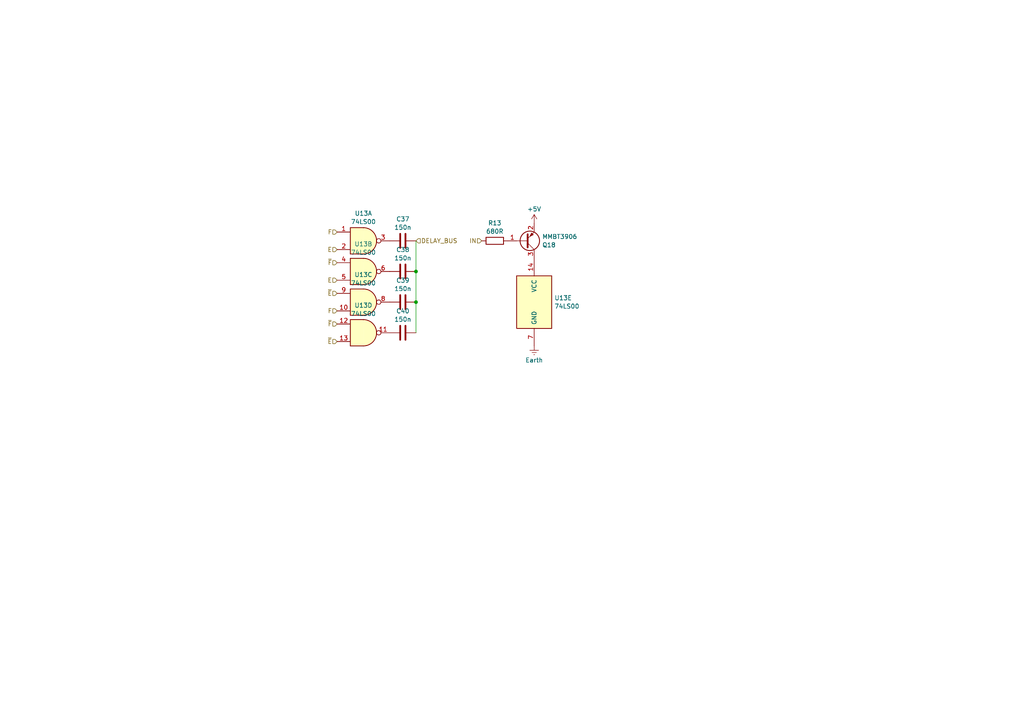
<source format=kicad_sch>
(kicad_sch (version 20250114) (generator "eeschema") (generator_version "9.0")
  (paper "A4")
  (lib_symbols
    (symbol "74xx:74LS00" (pin_names (offset 1.016))
      (property "Reference" "U" (at 0 1.27 0))
      (property "Value" "74LS00" (at 0 -1.27 0))
      (symbol "74LS00_1_1"
        (arc (start 0 3.81) (mid 3.7934 0) (end 0 -3.81) (stroke (width 0.254)) (fill (type background)))
        (polyline (pts (xy 0 3.81) (xy -3.81 3.81) (xy -3.81 -3.81) (xy 0 -3.81)) (stroke (width 0.254)) (fill (type background)))
        (pin input line (at -7.62 2.54 0) (length 3.81) (name "~") (number "1"))
        (pin input line (at -7.62 -2.54 0) (length 3.81) (name "~") (number "2"))
        (pin output inverted (at 7.62 0 180) (length 3.81) (name "~") (number "3"))
      )
      (symbol "74LS00_1_2"
        (arc (start -3.81 3.81) (mid -2.589 0) (end -3.81 -3.81) (stroke (width 0.254)))
        (polyline (pts (xy -3.81 3.81) (xy -0.635 3.81)) (stroke (width 0.254)) (fill (type background)))
        (polyline (pts (xy -3.81 -3.81) (xy -0.635 -3.81)) (stroke (width 0.254)) (fill (type background)))
        (arc (start 3.81 0) (mid 2.1855 -2.584) (end -0.6096 -3.81) (stroke (width 0.254)) (fill (type background)))
        (arc (start -0.6096 3.81) (mid 2.1928 2.5924) (end 3.81 0) (stroke (width 0.254)) (fill (type background)))
        (polyline (pts (xy -0.635 3.81) (xy -3.81 3.81) (xy -3.81 3.81) (xy -3.556 3.4036) (xy -3.0226 2.2606) (xy -2.6924 1.0414) (xy -2.6162 -0.254) (xy -2.7686 -1.4986) (xy -3.175 -2.7178) (xy -3.81 -3.81) (xy -3.81 -3.81) (xy -0.635 -3.81)) (stroke (width -25.4)) (fill (type background)))
        (pin input inverted (at -7.62 2.54 0) (length 4.318) (name "~") (number "1"))
        (pin input inverted (at -7.62 -2.54 0) (length 4.318) (name "~") (number "2"))
        (pin output line (at 7.62 0 180) (length 3.81) (name "~") (number "3"))
      )
      (symbol "74LS00_2_1"
        (arc (start 0 3.81) (mid 3.7934 0) (end 0 -3.81) (stroke (width 0.254)) (fill (type background)))
        (polyline (pts (xy 0 3.81) (xy -3.81 3.81) (xy -3.81 -3.81) (xy 0 -3.81)) (stroke (width 0.254)) (fill (type background)))
        (pin input line (at -7.62 2.54 0) (length 3.81) (name "~") (number "4"))
        (pin input line (at -7.62 -2.54 0) (length 3.81) (name "~") (number "5"))
        (pin output inverted (at 7.62 0 180) (length 3.81) (name "~") (number "6"))
      )
      (symbol "74LS00_2_2"
        (arc (start -3.81 3.81) (mid -2.589 0) (end -3.81 -3.81) (stroke (width 0.254)))
        (polyline (pts (xy -3.81 3.81) (xy -0.635 3.81)) (stroke (width 0.254)) (fill (type background)))
        (polyline (pts (xy -3.81 -3.81) (xy -0.635 -3.81)) (stroke (width 0.254)) (fill (type background)))
        (arc (start 3.81 0) (mid 2.1855 -2.584) (end -0.6096 -3.81) (stroke (width 0.254)) (fill (type background)))
        (arc (start -0.6096 3.81) (mid 2.1928 2.5924) (end 3.81 0) (stroke (width 0.254)) (fill (type background)))
        (polyline (pts (xy -0.635 3.81) (xy -3.81 3.81) (xy -3.81 3.81) (xy -3.556 3.4036) (xy -3.0226 2.2606) (xy -2.6924 1.0414) (xy -2.6162 -0.254) (xy -2.7686 -1.4986) (xy -3.175 -2.7178) (xy -3.81 -3.81) (xy -3.81 -3.81) (xy -0.635 -3.81)) (stroke (width -25.4)) (fill (type background)))
        (pin input inverted (at -7.62 2.54 0) (length 4.318) (name "~") (number "4"))
        (pin input inverted (at -7.62 -2.54 0) (length 4.318) (name "~") (number "5"))
        (pin output line (at 7.62 0 180) (length 3.81) (name "~") (number "6"))
      )
      (symbol "74LS00_3_1"
        (arc (start 0 3.81) (mid 3.7934 0) (end 0 -3.81) (stroke (width 0.254)) (fill (type background)))
        (polyline (pts (xy 0 3.81) (xy -3.81 3.81) (xy -3.81 -3.81) (xy 0 -3.81)) (stroke (width 0.254)) (fill (type background)))
        (pin input line (at -7.62 2.54 0) (length 3.81) (name "~") (number "9"))
        (pin input line (at -7.62 -2.54 0) (length 3.81) (name "~") (number "10"))
        (pin output inverted (at 7.62 0 180) (length 3.81) (name "~") (number "8"))
      )
      (symbol "74LS00_3_2"
        (arc (start -3.81 3.81) (mid -2.589 0) (end -3.81 -3.81) (stroke (width 0.254)))
        (polyline (pts (xy -3.81 3.81) (xy -0.635 3.81)) (stroke (width 0.254)) (fill (type background)))
        (polyline (pts (xy -3.81 -3.81) (xy -0.635 -3.81)) (stroke (width 0.254)) (fill (type background)))
        (arc (start 3.81 0) (mid 2.1855 -2.584) (end -0.6096 -3.81) (stroke (width 0.254)) (fill (type background)))
        (arc (start -0.6096 3.81) (mid 2.1928 2.5924) (end 3.81 0) (stroke (width 0.254)) (fill (type background)))
        (polyline (pts (xy -0.635 3.81) (xy -3.81 3.81) (xy -3.81 3.81) (xy -3.556 3.4036) (xy -3.0226 2.2606) (xy -2.6924 1.0414) (xy -2.6162 -0.254) (xy -2.7686 -1.4986) (xy -3.175 -2.7178) (xy -3.81 -3.81) (xy -3.81 -3.81) (xy -0.635 -3.81)) (stroke (width -25.4)) (fill (type background)))
        (pin input inverted (at -7.62 2.54 0) (length 4.318) (name "~") (number "9"))
        (pin input inverted (at -7.62 -2.54 0) (length 4.318) (name "~") (number "10"))
        (pin output line (at 7.62 0 180) (length 3.81) (name "~") (number "8"))
      )
      (symbol "74LS00_4_1"
        (arc (start 0 3.81) (mid 3.7934 0) (end 0 -3.81) (stroke (width 0.254)) (fill (type background)))
        (polyline (pts (xy 0 3.81) (xy -3.81 3.81) (xy -3.81 -3.81) (xy 0 -3.81)) (stroke (width 0.254)) (fill (type background)))
        (pin input line (at -7.62 2.54 0) (length 3.81) (name "~") (number "12"))
        (pin input line (at -7.62 -2.54 0) (length 3.81) (name "~") (number "13"))
        (pin output inverted (at 7.62 0 180) (length 3.81) (name "~") (number "11"))
      )
      (symbol "74LS00_4_2"
        (arc (start -3.81 3.81) (mid -2.589 0) (end -3.81 -3.81) (stroke (width 0.254)))
        (polyline (pts (xy -3.81 3.81) (xy -0.635 3.81)) (stroke (width 0.254)) (fill (type background)))
        (polyline (pts (xy -3.81 -3.81) (xy -0.635 -3.81)) (stroke (width 0.254)) (fill (type background)))
        (arc (start 3.81 0) (mid 2.1855 -2.584) (end -0.6096 -3.81) (stroke (width 0.254)) (fill (type background)))
        (arc (start -0.6096 3.81) (mid 2.1928 2.5924) (end 3.81 0) (stroke (width 0.254)) (fill (type background)))
        (polyline (pts (xy -0.635 3.81) (xy -3.81 3.81) (xy -3.81 3.81) (xy -3.556 3.4036) (xy -3.0226 2.2606) (xy -2.6924 1.0414) (xy -2.6162 -0.254) (xy -2.7686 -1.4986) (xy -3.175 -2.7178) (xy -3.81 -3.81) (xy -3.81 -3.81) (xy -0.635 -3.81)) (stroke (width -25.4)) (fill (type background)))
        (pin input inverted (at -7.62 2.54 0) (length 4.318) (name "~") (number "12"))
        (pin input inverted (at -7.62 -2.54 0) (length 4.318) (name "~") (number "13"))
        (pin output line (at 7.62 0 180) (length 3.81) (name "~") (number "11"))
      )
      (symbol "74LS00_5_0"
        (pin power_in line (at 0 12.7 270) (length 5.08) (name "VCC") (number "14"))
        (pin power_in line (at 0 -12.7 90) (length 5.08) (name "GND") (number "7"))
      )
      (symbol "74LS00_5_1"
        (rectangle (start -5.08 7.62) (end 5.08 -7.62) (stroke (width 0.254)) (fill (type background)))
      )
    )
    (symbol "Device:C" (pin_numbers (hide yes)) (pin_names (offset 0.254))
      (property "Reference" "C" (at 0.635 2.54 0))
      (property "Value" "C" (at 0.635 -2.54 0))
      (symbol "C_0_1"
        (polyline (pts (xy -2.032 0.762) (xy 2.032 0.762)) (stroke (width 0.508)))
        (polyline (pts (xy -2.032 -0.762) (xy 2.032 -0.762)) (stroke (width 0.508)))
      )
      (symbol "C_1_1"
        (pin passive line (at 0 3.81 270) (length 2.794) (name "~") (number "1"))
        (pin passive line (at 0 -3.81 90) (length 2.794) (name "~") (number "2"))
      )
    )
    (symbol "Device:R" (pin_numbers (hide yes)) (pin_names (offset 0))
      (property "Reference" "R" (at 2.032 0 90))
      (property "Value" "R" (at 0 0 90))
      (symbol "R_0_1"
        (rectangle (start -1.016 -2.54) (end 1.016 2.54) (stroke (width 0.254)))
      )
      (symbol "R_1_1"
        (pin passive line (at 0 3.81 270) (length 1.27) (name "~") (number "1"))
        (pin passive line (at 0 -3.81 90) (length 1.27) (name "~") (number "2"))
      )
    )
    (symbol "Transistor_BJT:MMBT3906" (pin_names (offset 0) (hide yes))
      (property "Reference" "Q" (at 5.08 1.905 0))
      (property "Value" "MMBT3906" (at 5.08 0 0))
      (symbol "MMBT3906_0_1"
        (polyline (pts (xy -2.54 0) (xy 0.635 0)))
        (polyline (pts (xy 0.635 1.905) (xy 0.635 -1.905)) (stroke (width 0.508)))
        (polyline (pts (xy 0.635 0.635) (xy 2.54 2.54)))
        (polyline (pts (xy 0.635 -0.635) (xy 2.54 -2.54)))
        (circle (center 1.27 0) (radius 2.8194) (stroke (width 0.254)))
        (polyline (pts (xy 2.286 -1.778) (xy 1.778 -2.286) (xy 1.27 -1.27) (xy 2.286 -1.778)) (fill (type outline)))
      )
      (symbol "MMBT3906_1_1"
        (pin input line (at -5.08 0 0) (length 2.54) (name "B") (number "1"))
        (pin passive line (at 2.54 5.08 270) (length 2.54) (name "C") (number "3"))
        (pin passive line (at 2.54 -5.08 90) (length 2.54) (name "E") (number "2"))
      )
    )
    (symbol "power:+5V" (power) (pin_numbers (hide yes)) (pin_names (offset 0) (hide yes))
      (property "Value" "+5V" (at 0 3.556 0))
      (symbol "+5V_0_1"
        (polyline (pts (xy -0.762 1.27) (xy 0 2.54)))
        (polyline (pts (xy 0 2.54) (xy 0.762 1.27)))
        (polyline (pts (xy 0 0) (xy 0 2.54)))
      )
      (symbol "+5V_1_1"
        (pin power_in line (at 0 0 90) (length 0) (name "~") (number "1"))
      )
    )
    (symbol "power:Earth" (power) (pin_numbers (hide yes)) (pin_names (offset 0) (hide yes))
      (property "Value" "Earth" (at 0 -3.81 0))
      (symbol "Earth_0_1"
        (polyline (pts (xy -0.635 -1.905) (xy 0.635 -1.905)))
        (polyline (pts (xy -0.127 -2.54) (xy 0.127 -2.54)))
        (polyline (pts (xy 0 -1.27) (xy 0 0)))
        (polyline (pts (xy 1.27 -1.27) (xy -1.27 -1.27)))
      )
      (symbol "Earth_1_1"
        (pin power_in line (at 0 0 270) (length 0) (name "~") (number "1"))
      )
    )
  )
  (junction (at 120.65 87.63))
  (junction (at 120.65 78.74))
  (wire (pts (xy 120.65 78.74) (xy 120.65 87.63)))
  (wire (pts (xy 120.65 87.63) (xy 120.65 96.52)))
  (wire (pts (xy 120.65 69.85) (xy 120.65 78.74)))
  (hierarchical_label "~{F}" (shape input) (at 97.79 76.2 180))
  (hierarchical_label "F" (shape input) (at 97.79 67.31 180))
  (hierarchical_label "~{E}" (shape input) (at 97.79 85.09 180))
  (hierarchical_label "~{E}" (shape input) (at 97.79 99.06 180))
  (hierarchical_label "~{F}" (shape input) (at 97.79 93.98 180))
  (hierarchical_label "F" (shape input) (at 97.79 90.17 180))
  (hierarchical_label "E" (shape input) (at 97.79 81.28 180))
  (hierarchical_label "E" (shape input) (at 97.79 72.39 180))
  (hierarchical_label "IN" (shape input) (at 139.7 69.85 180))
  (hierarchical_label "DELAY_BUS" (shape input) (at 120.65 69.85 0))
  (symbol (lib_id "74xx:74LS00") (at 105.41 96.52 0) (unit 4)
    (property "Reference" "U7" (at 105.4017 88.5655 0))
    (property "Value" "74LS00" (at 105.4017 90.9898 0))
    (property "Footprint" "Package_SO:SSOP-14_5.3x6.2mm_P0.65mm" (effects (hide yes)))
    (property "Datasheet" "http://www.ti.com/lit/gpn/sn74ls00" (effects (hide yes)))
    (property "Description" "quad 2-input NAND gate" (effects (hide yes)))
    (instances (project "" (path "" (reference "U13") (unit 4)) (path "" (reference "U7") (unit 4)) (path "" (reference "U8") (unit 4)) (path "" (reference "U12") (unit 4)) (path "" (reference "U9") (unit 4)) (path "" (reference "U11") (unit 4)) (path "" (reference "U10") (unit 4)) (path "" (reference "U15") (unit 4)) (path "" (reference "U14") (unit 4)) (path "" (reference "U16") (unit 4))))
  )
  (symbol (lib_id "Transistor_BJT:MMBT3906") (at 152.4 69.85 0) (mirror x) (unit 1)
    (property "Reference" "Q12" (at 157.2514 71.0622 0) (effects (justify left)))
    (property "Value" "MMBT3906" (at 157.2514 68.6379 0) (effects (justify left)))
    (property "Footprint" "Package_TO_SOT_SMD:SOT-23" (effects (hide yes)))
    (property "Datasheet" "https://www.onsemi.com/pdf/datasheet/pzt3906-d.pdf" (effects (hide yes)))
    (property "Description" "-0.2A Ic, -40V Vce, Small Signal PNP Transistor, SOT-23" (effects (hide yes)))
    (instances (project "" (path "" (reference "Q18") (unit 1)) (path "" (reference "Q12") (unit 1)) (path "" (reference "Q13") (unit 1)) (path "" (reference "Q17") (unit 1)) (path "" (reference "Q14") (unit 1)) (path "" (reference "Q16") (unit 1)) (path "" (reference "Q15") (unit 1)) (path "" (reference "Q20") (unit 1)) (path "" (reference "Q19") (unit 1)) (path "" (reference "Q21") (unit 1))))
  )
  (symbol (lib_id "Device:C") (at 116.84 69.85 90) (unit 1)
    (property "Reference" "C13" (at 116.84 63.5465 90))
    (property "Value" "150n" (at 116.84 65.9708 90))
    (property "Footprint" "Capacitor_SMD:C_0402_1005Metric" (effects (hide yes)))
    (property "Description" "Unpolarized capacitor" (effects (hide yes)))
    (instances (project "leaky-bucket" (path "" (reference "C37") (unit 1)) (path "" (reference "C13") (unit 1)) (path "" (reference "C17") (unit 1)) (path "" (reference "C33") (unit 1)) (path "" (reference "C21") (unit 1)) (path "" (reference "C29") (unit 1)) (path "" (reference "C25") (unit 1)) (path "" (reference "C45") (unit 1)) (path "" (reference "C41") (unit 1)) (path "" (reference "C49") (unit 1))))
  )
  (symbol (lib_id "Device:C") (at 116.84 78.74 90) (unit 1)
    (property "Reference" "C14" (at 116.84 72.4365 90))
    (property "Value" "150n" (at 116.84 74.8608 90))
    (property "Footprint" "Capacitor_SMD:C_0402_1005Metric" (effects (hide yes)))
    (property "Description" "Unpolarized capacitor" (effects (hide yes)))
    (instances (project "leaky-bucket" (path "" (reference "C38") (unit 1)) (path "" (reference "C14") (unit 1)) (path "" (reference "C18") (unit 1)) (path "" (reference "C34") (unit 1)) (path "" (reference "C22") (unit 1)) (path "" (reference "C30") (unit 1)) (path "" (reference "C26") (unit 1)) (path "" (reference "C46") (unit 1)) (path "" (reference "C42") (unit 1)) (path "" (reference "C50") (unit 1))))
  )
  (symbol (lib_id "74xx:74LS00") (at 105.41 78.74 0) (unit 2)
    (property "Reference" "U7" (at 105.4017 70.7855 0))
    (property "Value" "74LS00" (at 105.4017 73.2098 0))
    (property "Footprint" "Package_SO:SSOP-14_5.3x6.2mm_P0.65mm" (effects (hide yes)))
    (property "Datasheet" "http://www.ti.com/lit/gpn/sn74ls00" (effects (hide yes)))
    (property "Description" "quad 2-input NAND gate" (effects (hide yes)))
    (instances (project "" (path "" (reference "U13") (unit 2)) (path "" (reference "U7") (unit 2)) (path "" (reference "U8") (unit 2)) (path "" (reference "U12") (unit 2)) (path "" (reference "U9") (unit 2)) (path "" (reference "U11") (unit 2)) (path "" (reference "U10") (unit 2)) (path "" (reference "U15") (unit 2)) (path "" (reference "U14") (unit 2)) (path "" (reference "U16") (unit 2))))
  )
  (symbol (lib_id "power:+5V") (at 154.94 64.77 0) (unit 1)
    (property "Reference" "#PWR040" (effects (hide yes)))
    (property "Value" "+5V" (at 154.94 60.6369 0))
    (property "Description" "Power symbol creates a global label with name \"+5V\"" (effects (hide yes)))
    (instances (project "leaky-bucket" (path "" (reference "#PWR052") (unit 1)) (path "" (reference "#PWR040") (unit 1)) (path "" (reference "#PWR042") (unit 1)) (path "" (reference "#PWR050") (unit 1)) (path "" (reference "#PWR044") (unit 1)) (path "" (reference "#PWR048") (unit 1)) (path "" (reference "#PWR046") (unit 1)) (path "" (reference "#PWR056") (unit 1)) (path "" (reference "#PWR054") (unit 1)) (path "" (reference "#PWR058") (unit 1))))
  )
  (symbol (lib_id "Device:C") (at 116.84 96.52 90) (unit 1)
    (property "Reference" "C16" (at 116.84 90.2165 90))
    (property "Value" "150n" (at 116.84 92.6408 90))
    (property "Footprint" "Capacitor_SMD:C_0402_1005Metric" (effects (hide yes)))
    (property "Description" "Unpolarized capacitor" (effects (hide yes)))
    (instances (project "leaky-bucket" (path "" (reference "C40") (unit 1)) (path "" (reference "C16") (unit 1)) (path "" (reference "C20") (unit 1)) (path "" (reference "C36") (unit 1)) (path "" (reference "C24") (unit 1)) (path "" (reference "C32") (unit 1)) (path "" (reference "C28") (unit 1)) (path "" (reference "C48") (unit 1)) (path "" (reference "C44") (unit 1)) (path "" (reference "C52") (unit 1))))
  )
  (symbol (lib_id "74xx:74LS00") (at 105.41 69.85 0) (unit 1)
    (property "Reference" "U7" (at 105.4017 61.8955 0))
    (property "Value" "74LS00" (at 105.4017 64.3198 0))
    (property "Footprint" "Package_SO:SSOP-14_5.3x6.2mm_P0.65mm" (effects (hide yes)))
    (property "Datasheet" "http://www.ti.com/lit/gpn/sn74ls00" (effects (hide yes)))
    (property "Description" "quad 2-input NAND gate" (effects (hide yes)))
    (instances (project "" (path "" (reference "U13") (unit 1)) (path "" (reference "U7") (unit 1)) (path "" (reference "U8") (unit 1)) (path "" (reference "U12") (unit 1)) (path "" (reference "U9") (unit 1)) (path "" (reference "U11") (unit 1)) (path "" (reference "U10") (unit 1)) (path "" (reference "U15") (unit 1)) (path "" (reference "U14") (unit 1)) (path "" (reference "U16") (unit 1))))
  )
  (symbol (lib_id "Device:C") (at 116.84 87.63 90) (unit 1)
    (property "Reference" "C15" (at 116.84 81.3265 90))
    (property "Value" "150n" (at 116.84 83.7508 90))
    (property "Footprint" "Capacitor_SMD:C_0402_1005Metric" (effects (hide yes)))
    (property "Description" "Unpolarized capacitor" (effects (hide yes)))
    (instances (project "leaky-bucket" (path "" (reference "C39") (unit 1)) (path "" (reference "C15") (unit 1)) (path "" (reference "C19") (unit 1)) (path "" (reference "C35") (unit 1)) (path "" (reference "C23") (unit 1)) (path "" (reference "C31") (unit 1)) (path "" (reference "C27") (unit 1)) (path "" (reference "C47") (unit 1)) (path "" (reference "C43") (unit 1)) (path "" (reference "C51") (unit 1))))
  )
  (symbol (lib_id "74xx:74LS00") (at 154.94 87.63 0) (unit 5)
    (property "Reference" "U7" (at 160.782 86.4178 0) (effects (justify left)))
    (property "Value" "74LS00" (at 160.782 88.8421 0) (effects (justify left)))
    (property "Footprint" "Package_SO:SSOP-14_5.3x6.2mm_P0.65mm" (effects (hide yes)))
    (property "Datasheet" "http://www.ti.com/lit/gpn/sn74ls00" (effects (hide yes)))
    (property "Description" "quad 2-input NAND gate" (effects (hide yes)))
    (instances (project "" (path "" (reference "U13") (unit 5)) (path "" (reference "U7") (unit 5)) (path "" (reference "U8") (unit 5)) (path "" (reference "U12") (unit 5)) (path "" (reference "U9") (unit 5)) (path "" (reference "U11") (unit 5)) (path "" (reference "U10") (unit 5)) (path "" (reference "U15") (unit 5)) (path "" (reference "U14") (unit 5)) (path "" (reference "U16") (unit 5))))
  )
  (symbol (lib_id "power:Earth") (at 154.94 100.33 0) (unit 1)
    (property "Reference" "#PWR041" (effects (hide yes)))
    (property "Value" "Earth" (at 154.94 104.4631 0))
    (property "Description" "Power symbol creates a global label with name \"Earth\"" (effects (hide yes)))
    (instances (project "leaky-bucket" (path "" (reference "#PWR053") (unit 1)) (path "" (reference "#PWR041") (unit 1)) (path "" (reference "#PWR043") (unit 1)) (path "" (reference "#PWR051") (unit 1)) (path "" (reference "#PWR045") (unit 1)) (path "" (reference "#PWR049") (unit 1)) (path "" (reference "#PWR047") (unit 1)) (path "" (reference "#PWR057") (unit 1)) (path "" (reference "#PWR055") (unit 1)) (path "" (reference "#PWR059") (unit 1))))
  )
  (symbol (lib_id "74xx:74LS00") (at 105.41 87.63 0) (unit 3)
    (property "Reference" "U7" (at 105.4017 79.6755 0))
    (property "Value" "74LS00" (at 105.4017 82.0998 0))
    (property "Footprint" "Package_SO:SSOP-14_5.3x6.2mm_P0.65mm" (effects (hide yes)))
    (property "Datasheet" "http://www.ti.com/lit/gpn/sn74ls00" (effects (hide yes)))
    (property "Description" "quad 2-input NAND gate" (effects (hide yes)))
    (instances (project "" (path "" (reference "U13") (unit 3)) (path "" (reference "U7") (unit 3)) (path "" (reference "U8") (unit 3)) (path "" (reference "U12") (unit 3)) (path "" (reference "U9") (unit 3)) (path "" (reference "U11") (unit 3)) (path "" (reference "U10") (unit 3)) (path "" (reference "U15") (unit 3)) (path "" (reference "U14") (unit 3)) (path "" (reference "U16") (unit 3))))
  )
  (symbol (lib_id "Device:R") (at 143.51 69.85 90) (unit 1)
    (property "Reference" "R7" (at 143.51 64.6895 90))
    (property "Value" "680R" (at 143.51 67.1138 90))
    (property "Footprint" "Resistor_SMD:R_0402_1005Metric" (effects (hide yes)))
    (property "Description" "Resistor" (effects (hide yes)))
    (instances (project "leaky-bucket" (path "" (reference "R13") (unit 1)) (path "" (reference "R7") (unit 1)) (path "" (reference "R8") (unit 1)) (path "" (reference "R12") (unit 1)) (path "" (reference "R9") (unit 1)) (path "" (reference "R11") (unit 1)) (path "" (reference "R10") (unit 1)) (path "" (reference "R15") (unit 1)) (path "" (reference "R14") (unit 1)) (path "" (reference "R16") (unit 1))))
  )
)
</source>
